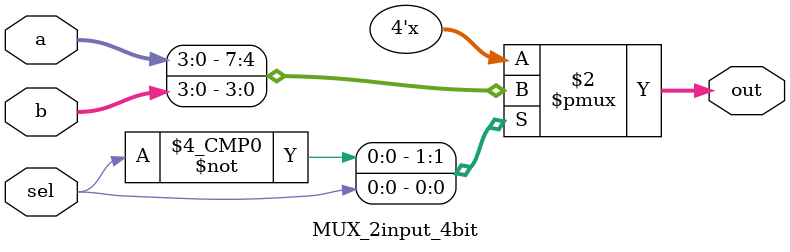
<source format=v>
module MUX_2input_4bit(
	input [3:0]a,
	input [3:0]b,
	input sel,
	output reg [3:0] out
);

always @ (a or b or sel) begin
	
	case(sel)
		
			1'b0: out <= a;
			1'b1: out <= b;
			default: out <= a;
		
		endcase
		
end

endmodule
		
</source>
